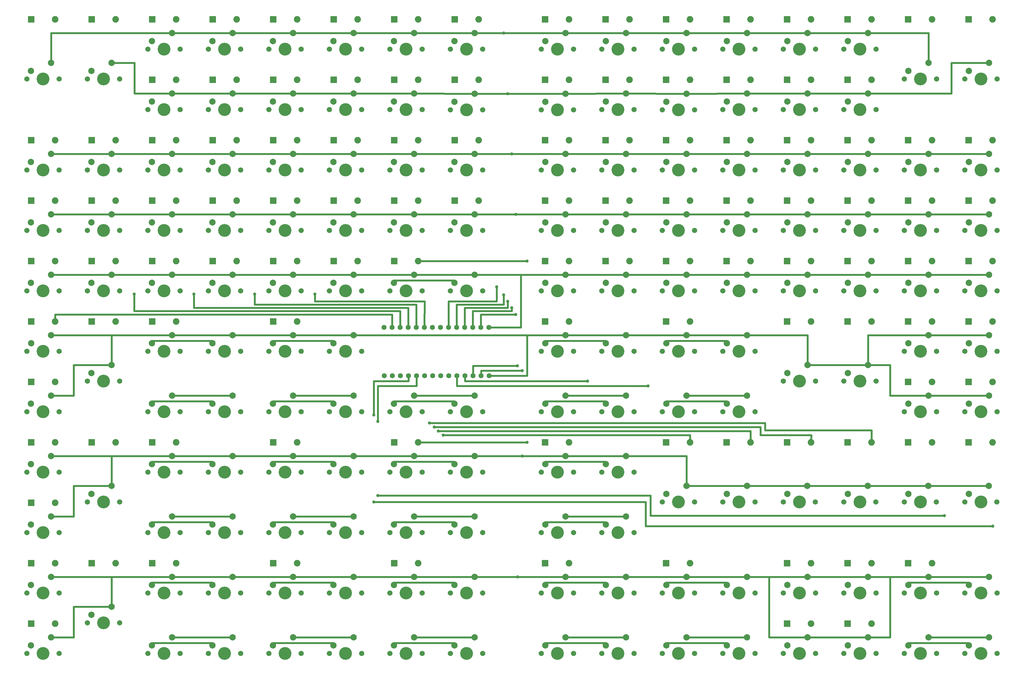
<source format=gbl>
G04 MADE WITH FRITZING*
G04 WWW.FRITZING.ORG*
G04 DOUBLE SIDED*
G04 HOLES PLATED*
G04 CONTOUR ON CENTER OF CONTOUR VECTOR*
%ASAXBY*%
%FSLAX23Y23*%
%MOIN*%
%OFA0B0*%
%SFA1.0B1.0*%
%ADD10C,0.078639*%
%ADD11C,0.158908*%
%ADD12C,0.065278*%
%ADD13C,0.082000*%
%ADD14C,0.062992*%
%ADD15C,0.039370*%
%ADD16R,0.082000X0.082000*%
%ADD17C,0.024000*%
%LNCOPPER0*%
G90*
G70*
G54D10*
X4290Y3042D03*
X4539Y3142D03*
G54D11*
X4440Y2942D03*
G54D12*
X4240Y2942D03*
X4639Y2942D03*
G54D10*
X2790Y3042D03*
X3039Y3142D03*
G54D11*
X2940Y2942D03*
G54D12*
X2740Y2942D03*
X3139Y2942D03*
G54D10*
X5039Y3042D03*
X5289Y3142D03*
G54D11*
X5189Y2942D03*
G54D12*
X4989Y2942D03*
X5389Y2942D03*
G54D10*
X9165Y3792D03*
X9415Y3892D03*
G54D11*
X9315Y3692D03*
G54D12*
X9115Y3692D03*
X9514Y3692D03*
G54D10*
X3539Y3792D03*
X3789Y3891D03*
G54D11*
X3689Y3692D03*
G54D12*
X3489Y3692D03*
X3888Y3692D03*
G54D10*
X6914Y3791D03*
X7164Y3891D03*
G54D11*
X7064Y3691D03*
G54D12*
X6864Y3691D03*
X7264Y3691D03*
G54D10*
X7665Y3042D03*
X7915Y3142D03*
G54D11*
X7815Y2942D03*
G54D12*
X7615Y2942D03*
X8014Y2942D03*
G54D10*
X540Y3792D03*
X790Y3892D03*
G54D11*
X690Y3692D03*
G54D12*
X490Y3692D03*
X889Y3692D03*
G54D10*
X5790Y3042D03*
X6040Y3141D03*
G54D11*
X5940Y2942D03*
G54D12*
X5740Y2942D03*
X6139Y2942D03*
G54D10*
X2790Y2291D03*
X3039Y2391D03*
G54D11*
X2940Y2191D03*
G54D12*
X2740Y2191D03*
X3139Y2191D03*
G54D10*
X4290Y2291D03*
X4539Y2391D03*
G54D11*
X4440Y2191D03*
G54D12*
X4240Y2191D03*
X4639Y2191D03*
G54D10*
X12165Y3792D03*
X12414Y3891D03*
G54D11*
X12315Y3691D03*
G54D12*
X12115Y3691D03*
X12514Y3691D03*
G54D10*
X5039Y2291D03*
X5289Y2391D03*
G54D11*
X5189Y2191D03*
G54D12*
X4989Y2191D03*
X5389Y2191D03*
G54D10*
X3539Y3042D03*
X3789Y3142D03*
G54D11*
X3689Y2942D03*
G54D12*
X3489Y2942D03*
X3888Y2942D03*
G54D10*
X6914Y3042D03*
X7164Y3141D03*
G54D11*
X7064Y2941D03*
G54D12*
X6864Y2941D03*
X7264Y2941D03*
G54D10*
X2040Y3042D03*
X2289Y3142D03*
G54D11*
X2189Y2942D03*
G54D12*
X1989Y2942D03*
X2389Y2942D03*
G54D10*
X540Y3042D03*
X790Y3142D03*
G54D11*
X690Y2942D03*
G54D12*
X490Y2942D03*
X889Y2942D03*
G54D10*
X5790Y3791D03*
X6040Y3891D03*
G54D11*
X5940Y3691D03*
G54D12*
X5740Y3691D03*
X6139Y3691D03*
G54D10*
X541Y4542D03*
X790Y4642D03*
G54D11*
X690Y4442D03*
G54D12*
X490Y4442D03*
X890Y4442D03*
G54D10*
X6915Y4541D03*
X7165Y4641D03*
G54D11*
X7065Y4441D03*
G54D12*
X6865Y4441D03*
X7264Y4441D03*
G54D10*
X7665Y2291D03*
X7915Y2391D03*
G54D11*
X7815Y2191D03*
G54D12*
X7615Y2191D03*
X8014Y2191D03*
G54D10*
X12165Y4542D03*
X12415Y4641D03*
G54D11*
X12315Y4441D03*
G54D12*
X12115Y4441D03*
X12514Y4441D03*
G54D10*
X7666Y4542D03*
X7915Y4642D03*
G54D11*
X7816Y4442D03*
G54D12*
X7616Y4442D03*
X8015Y4442D03*
G54D10*
X4290Y4542D03*
X4540Y4641D03*
G54D11*
X4440Y4442D03*
G54D12*
X4240Y4442D03*
X4640Y4442D03*
G54D10*
X8415Y4541D03*
X8665Y4641D03*
G54D11*
X8565Y4441D03*
G54D12*
X8365Y4441D03*
X8765Y4441D03*
G54D10*
X2790Y4541D03*
X3040Y4641D03*
G54D11*
X2940Y4441D03*
G54D12*
X2740Y4441D03*
X3140Y4441D03*
G54D10*
X2040Y4542D03*
X2290Y4642D03*
G54D11*
X2190Y4442D03*
G54D12*
X1990Y4442D03*
X2389Y4442D03*
G54D10*
X7665Y3792D03*
X7915Y3892D03*
G54D11*
X7815Y3692D03*
G54D12*
X7615Y3692D03*
X8014Y3692D03*
G54D10*
X8415Y3791D03*
X8664Y3891D03*
G54D11*
X8565Y3691D03*
G54D12*
X8365Y3691D03*
X8764Y3691D03*
G54D10*
X9166Y4542D03*
X9415Y4642D03*
G54D11*
X9316Y4442D03*
G54D12*
X9116Y4442D03*
X9515Y4442D03*
G54D10*
X2790Y3791D03*
X3039Y3891D03*
G54D11*
X2940Y3691D03*
G54D12*
X2740Y3691D03*
X3139Y3691D03*
G54D10*
X4290Y3792D03*
X4539Y3891D03*
G54D11*
X4440Y3692D03*
G54D12*
X4240Y3692D03*
X4639Y3692D03*
G54D10*
X3540Y4542D03*
X3789Y4641D03*
G54D11*
X3690Y4442D03*
G54D12*
X3490Y4442D03*
X3889Y4442D03*
G54D10*
X11415Y3792D03*
X11664Y3892D03*
G54D11*
X11565Y3692D03*
G54D12*
X11365Y3692D03*
X11764Y3692D03*
G54D10*
X5039Y3792D03*
X5289Y3891D03*
G54D11*
X5189Y3692D03*
G54D12*
X4989Y3692D03*
X5389Y3692D03*
G54D10*
X5790Y2291D03*
X6040Y2391D03*
G54D11*
X5940Y2191D03*
G54D12*
X5740Y2191D03*
X6139Y2191D03*
G54D10*
X2790Y791D03*
X3039Y891D03*
G54D11*
X2940Y691D03*
G54D12*
X2740Y691D03*
X3139Y691D03*
G54D10*
X4290Y792D03*
X4539Y891D03*
G54D11*
X4440Y692D03*
G54D12*
X4240Y692D03*
X4639Y692D03*
G54D10*
X11415Y4542D03*
X11665Y4642D03*
G54D11*
X11565Y4442D03*
G54D12*
X11365Y4442D03*
X11765Y4442D03*
G54D10*
X9915Y792D03*
X10164Y892D03*
G54D11*
X10065Y692D03*
G54D12*
X9865Y692D03*
X10264Y692D03*
G54D10*
X11415Y792D03*
X11664Y892D03*
G54D11*
X11565Y692D03*
G54D12*
X11365Y692D03*
X11764Y692D03*
G54D10*
X3539Y1542D03*
X3789Y1642D03*
G54D11*
X3689Y1442D03*
G54D12*
X3489Y1442D03*
X3888Y1442D03*
G54D10*
X5039Y792D03*
X5289Y891D03*
G54D11*
X5189Y692D03*
G54D12*
X4989Y692D03*
X5389Y692D03*
G54D10*
X10664Y792D03*
X10914Y892D03*
G54D11*
X10814Y692D03*
G54D12*
X10614Y692D03*
X11014Y692D03*
G54D10*
X8415Y791D03*
X8664Y891D03*
G54D11*
X8565Y691D03*
G54D12*
X8365Y691D03*
X8764Y691D03*
G54D10*
X3539Y792D03*
X3789Y891D03*
G54D11*
X3689Y692D03*
G54D12*
X3489Y692D03*
X3888Y692D03*
G54D10*
X9165Y792D03*
X9415Y892D03*
G54D11*
X9315Y692D03*
G54D12*
X9115Y692D03*
X9514Y692D03*
G54D10*
X7665Y792D03*
X7915Y892D03*
G54D11*
X7815Y692D03*
G54D12*
X7615Y692D03*
X8014Y692D03*
G54D10*
X2040Y792D03*
X2289Y892D03*
G54D11*
X2189Y692D03*
G54D12*
X1989Y692D03*
X2389Y692D03*
G54D10*
X540Y792D03*
X790Y892D03*
G54D11*
X690Y692D03*
G54D12*
X490Y692D03*
X889Y692D03*
G54D10*
X5790Y791D03*
X6040Y891D03*
G54D11*
X5940Y691D03*
G54D12*
X5740Y691D03*
X6139Y691D03*
G54D10*
X6914Y791D03*
X7164Y891D03*
G54D11*
X7064Y691D03*
G54D12*
X6864Y691D03*
X7264Y691D03*
G54D10*
X12165Y792D03*
X12414Y891D03*
G54D11*
X12315Y691D03*
G54D12*
X12115Y691D03*
X12514Y691D03*
G54D10*
X9165Y1542D03*
X9415Y1642D03*
G54D11*
X9315Y1442D03*
G54D12*
X9115Y1442D03*
X9514Y1442D03*
G54D10*
X11415Y1542D03*
X11664Y1642D03*
G54D11*
X11565Y1442D03*
G54D12*
X11365Y1442D03*
X11764Y1442D03*
G54D10*
X5039Y1542D03*
X5289Y1642D03*
G54D11*
X5189Y1442D03*
G54D12*
X4989Y1442D03*
X5389Y1442D03*
G54D10*
X2040Y1542D03*
X2289Y1642D03*
G54D11*
X2189Y1442D03*
G54D12*
X1989Y1442D03*
X2389Y1442D03*
G54D10*
X10664Y1542D03*
X10914Y1642D03*
G54D11*
X10814Y1442D03*
G54D12*
X10614Y1442D03*
X11014Y1442D03*
G54D10*
X3539Y2291D03*
X3789Y2391D03*
G54D11*
X3689Y2191D03*
G54D12*
X3489Y2191D03*
X3888Y2191D03*
G54D10*
X6914Y2291D03*
X7164Y2391D03*
G54D11*
X7064Y2191D03*
G54D12*
X6864Y2191D03*
X7264Y2191D03*
G54D10*
X2040Y2291D03*
X2289Y2391D03*
G54D11*
X2189Y2191D03*
G54D12*
X1989Y2191D03*
X2389Y2191D03*
G54D10*
X540Y2291D03*
X790Y2391D03*
G54D11*
X690Y2191D03*
G54D12*
X490Y2191D03*
X889Y2191D03*
G54D10*
X9915Y1542D03*
X10164Y1642D03*
G54D11*
X10065Y1442D03*
G54D12*
X9865Y1442D03*
X10264Y1442D03*
G54D10*
X540Y1542D03*
X790Y1642D03*
G54D11*
X690Y1442D03*
G54D12*
X490Y1442D03*
X889Y1442D03*
G54D10*
X6914Y1542D03*
X7164Y1641D03*
G54D11*
X7064Y1441D03*
G54D12*
X6864Y1441D03*
X7264Y1441D03*
G54D10*
X4290Y1542D03*
X4539Y1642D03*
G54D11*
X4440Y1442D03*
G54D12*
X4240Y1442D03*
X4639Y1442D03*
G54D10*
X12165Y1542D03*
X12414Y1642D03*
G54D11*
X12315Y1442D03*
G54D12*
X12115Y1442D03*
X12514Y1442D03*
G54D10*
X5790Y1542D03*
X6040Y1641D03*
G54D11*
X5940Y1442D03*
G54D12*
X5740Y1442D03*
X6139Y1442D03*
G54D10*
X2790Y1542D03*
X3039Y1642D03*
G54D11*
X2940Y1442D03*
G54D12*
X2740Y1442D03*
X3139Y1442D03*
G54D10*
X7665Y1542D03*
X7915Y1642D03*
G54D11*
X7815Y1442D03*
G54D12*
X7615Y1442D03*
X8014Y1442D03*
G54D10*
X8415Y1542D03*
X8664Y1641D03*
G54D11*
X8565Y1441D03*
G54D12*
X8365Y1441D03*
X8764Y1441D03*
G54D10*
X2040Y3792D03*
X2289Y3892D03*
G54D11*
X2189Y3692D03*
G54D12*
X1989Y3692D03*
X2389Y3692D03*
G54D10*
X10664Y6792D03*
X10914Y6892D03*
G54D11*
X10814Y6692D03*
G54D12*
X10614Y6692D03*
X11014Y6692D03*
G54D10*
X1289Y6791D03*
X1539Y6891D03*
G54D11*
X1439Y6691D03*
G54D12*
X1239Y6691D03*
X1639Y6691D03*
G54D10*
X6914Y6791D03*
X7164Y6891D03*
G54D11*
X7064Y6691D03*
G54D12*
X6864Y6691D03*
X7264Y6691D03*
G54D10*
X3539Y7541D03*
X3789Y7641D03*
G54D11*
X3689Y7441D03*
G54D12*
X3489Y7441D03*
X3888Y7441D03*
G54D10*
X9165Y7541D03*
X9415Y7641D03*
G54D11*
X9315Y7441D03*
G54D12*
X9115Y7441D03*
X9514Y7441D03*
G54D10*
X5790Y7540D03*
X6040Y7640D03*
G54D11*
X5940Y7440D03*
G54D12*
X5740Y7440D03*
X6139Y7440D03*
G54D10*
X2040Y7541D03*
X2289Y7641D03*
G54D11*
X2189Y7441D03*
G54D12*
X1989Y7441D03*
X2389Y7441D03*
G54D10*
X6914Y7540D03*
X7164Y7640D03*
G54D11*
X7064Y7440D03*
G54D12*
X6864Y7440D03*
X7264Y7440D03*
G54D10*
X5039Y6792D03*
X5289Y6891D03*
G54D11*
X5189Y6692D03*
G54D12*
X4989Y6692D03*
X5389Y6692D03*
G54D10*
X12165Y6792D03*
X12414Y6891D03*
G54D11*
X12315Y6692D03*
G54D12*
X12115Y6692D03*
X12514Y6692D03*
G54D10*
X5790Y6791D03*
X6040Y6891D03*
G54D11*
X5940Y6691D03*
G54D12*
X5740Y6691D03*
X6139Y6691D03*
G54D10*
X11415Y6792D03*
X11664Y6892D03*
G54D11*
X11565Y6692D03*
G54D12*
X11365Y6692D03*
X11764Y6692D03*
G54D10*
X7665Y6792D03*
X7915Y6892D03*
G54D11*
X7815Y6692D03*
G54D12*
X7615Y6692D03*
X8014Y6692D03*
G54D10*
X8415Y6791D03*
X8664Y6891D03*
G54D11*
X8565Y6691D03*
G54D12*
X8365Y6691D03*
X8764Y6691D03*
G54D10*
X9915Y6792D03*
X10164Y6892D03*
G54D11*
X10065Y6692D03*
G54D12*
X9865Y6692D03*
X10264Y6692D03*
G54D10*
X2790Y6792D03*
X3039Y6891D03*
G54D11*
X2940Y6691D03*
G54D12*
X2740Y6691D03*
X3139Y6691D03*
G54D10*
X4290Y6792D03*
X4539Y6892D03*
G54D11*
X4440Y6692D03*
G54D12*
X4240Y6692D03*
X4639Y6692D03*
G54D10*
X7665Y7541D03*
X7915Y7641D03*
G54D11*
X7815Y7441D03*
G54D12*
X7615Y7441D03*
X8014Y7441D03*
G54D10*
X8415Y8291D03*
X8664Y8391D03*
G54D11*
X8565Y8191D03*
G54D12*
X8365Y8191D03*
X8764Y8191D03*
G54D10*
X5790Y8291D03*
X6040Y8391D03*
G54D11*
X5940Y8191D03*
G54D12*
X5740Y8191D03*
X6139Y8191D03*
G54D10*
X8415Y7540D03*
X8664Y7640D03*
G54D11*
X8565Y7440D03*
G54D12*
X8365Y7440D03*
X8764Y7440D03*
G54D10*
X5039Y8292D03*
X5289Y8391D03*
G54D11*
X5189Y8192D03*
G54D12*
X4989Y8192D03*
X5389Y8192D03*
G54D10*
X3539Y8292D03*
X3789Y8391D03*
G54D11*
X3689Y8192D03*
G54D12*
X3489Y8192D03*
X3888Y8192D03*
G54D10*
X2040Y8292D03*
X2289Y8392D03*
G54D11*
X2189Y8192D03*
G54D12*
X1989Y8192D03*
X2389Y8192D03*
G54D10*
X4290Y8292D03*
X4539Y8391D03*
G54D11*
X4440Y8192D03*
G54D12*
X4240Y8192D03*
X4639Y8192D03*
G54D10*
X2790Y8291D03*
X3039Y8391D03*
G54D11*
X2940Y8191D03*
G54D12*
X2740Y8191D03*
X3139Y8191D03*
G54D10*
X7665Y8292D03*
X7915Y8392D03*
G54D11*
X7815Y8192D03*
G54D12*
X7615Y8192D03*
X8014Y8192D03*
G54D10*
X9165Y8292D03*
X9415Y8392D03*
G54D11*
X9315Y8192D03*
G54D12*
X9115Y8192D03*
X9514Y8192D03*
G54D10*
X9915Y7541D03*
X10164Y7641D03*
G54D11*
X10065Y7441D03*
G54D12*
X9865Y7441D03*
X10264Y7441D03*
G54D10*
X2790Y7541D03*
X3039Y7641D03*
G54D11*
X2940Y7441D03*
G54D12*
X2740Y7441D03*
X3139Y7441D03*
G54D10*
X4290Y7541D03*
X4539Y7641D03*
G54D11*
X4440Y7441D03*
G54D12*
X4240Y7441D03*
X4639Y7441D03*
G54D10*
X5039Y7541D03*
X5289Y7641D03*
G54D11*
X5189Y7441D03*
G54D12*
X4989Y7441D03*
X5389Y7441D03*
G54D10*
X3539Y5292D03*
X3789Y5391D03*
G54D11*
X3689Y5192D03*
G54D12*
X3489Y5192D03*
X3888Y5192D03*
G54D10*
X6914Y8291D03*
X7164Y8391D03*
G54D11*
X7064Y8191D03*
G54D12*
X6864Y8191D03*
X7264Y8191D03*
G54D10*
X10664Y8292D03*
X10914Y8392D03*
G54D11*
X10814Y8192D03*
G54D12*
X10614Y8192D03*
X11014Y8192D03*
G54D10*
X9915Y8292D03*
X10164Y8392D03*
G54D11*
X10065Y8192D03*
G54D12*
X9865Y8192D03*
X10264Y8192D03*
G54D10*
X10664Y7541D03*
X10914Y7641D03*
G54D11*
X10814Y7441D03*
G54D12*
X10614Y7441D03*
X11014Y7441D03*
G54D10*
X4290Y5292D03*
X4539Y5391D03*
G54D11*
X4440Y5192D03*
G54D12*
X4240Y5192D03*
X4639Y5192D03*
G54D10*
X9915Y5292D03*
X10164Y5392D03*
G54D11*
X10065Y5192D03*
G54D12*
X9865Y5192D03*
X10264Y5192D03*
G54D10*
X9165Y6042D03*
X9415Y6141D03*
G54D11*
X9315Y5942D03*
G54D12*
X9115Y5942D03*
X9514Y5942D03*
G54D10*
X11415Y5292D03*
X11664Y5392D03*
G54D11*
X11565Y5192D03*
G54D12*
X11365Y5192D03*
X11764Y5192D03*
G54D10*
X5039Y5292D03*
X5289Y5391D03*
G54D11*
X5189Y5192D03*
G54D12*
X4989Y5192D03*
X5389Y5192D03*
G54D10*
X3539Y6041D03*
X3789Y6141D03*
G54D11*
X3689Y5941D03*
G54D12*
X3489Y5941D03*
X3888Y5941D03*
G54D10*
X10664Y5292D03*
X10914Y5392D03*
G54D11*
X10814Y5192D03*
G54D12*
X10614Y5192D03*
X11014Y5192D03*
G54D10*
X1289Y5291D03*
X1539Y5391D03*
G54D11*
X1439Y5191D03*
G54D12*
X1239Y5191D03*
X1639Y5191D03*
G54D10*
X2790Y5291D03*
X3039Y5391D03*
G54D11*
X2940Y5191D03*
G54D12*
X2740Y5191D03*
X3139Y5191D03*
G54D10*
X9165Y5292D03*
X9415Y5392D03*
G54D11*
X9315Y5192D03*
G54D12*
X9115Y5192D03*
X9514Y5192D03*
G54D10*
X2040Y5292D03*
X2289Y5392D03*
G54D11*
X2189Y5192D03*
G54D12*
X1989Y5192D03*
X2389Y5192D03*
G54D10*
X8415Y5291D03*
X8664Y5391D03*
G54D11*
X8565Y5191D03*
G54D12*
X8365Y5191D03*
X8764Y5191D03*
G54D10*
X540Y5292D03*
X790Y5392D03*
G54D11*
X690Y5192D03*
G54D12*
X490Y5192D03*
X889Y5192D03*
G54D10*
X6914Y5291D03*
X7164Y5391D03*
G54D11*
X7064Y5191D03*
G54D12*
X6864Y5191D03*
X7264Y5191D03*
G54D10*
X7665Y5292D03*
X7915Y5392D03*
G54D11*
X7815Y5192D03*
G54D12*
X7615Y5192D03*
X8014Y5192D03*
G54D10*
X12165Y5292D03*
X12414Y5391D03*
G54D11*
X12315Y5192D03*
G54D12*
X12115Y5192D03*
X12514Y5192D03*
G54D10*
X5790Y5291D03*
X6040Y5391D03*
G54D11*
X5940Y5191D03*
G54D12*
X5740Y5191D03*
X6139Y5191D03*
G54D10*
X540Y6792D03*
X790Y6892D03*
G54D11*
X690Y6692D03*
G54D12*
X490Y6692D03*
X889Y6692D03*
G54D10*
X11415Y6042D03*
X11664Y6142D03*
G54D11*
X11565Y5942D03*
G54D12*
X11365Y5942D03*
X11764Y5942D03*
G54D10*
X5039Y6041D03*
X5289Y6141D03*
G54D11*
X5189Y5941D03*
G54D12*
X4989Y5941D03*
X5389Y5941D03*
G54D10*
X9915Y6042D03*
X10164Y6142D03*
G54D11*
X10065Y5942D03*
G54D12*
X9865Y5942D03*
X10264Y5942D03*
G54D10*
X10664Y6042D03*
X10914Y6142D03*
G54D11*
X10814Y5942D03*
G54D12*
X10614Y5942D03*
X11014Y5942D03*
G54D10*
X1289Y6041D03*
X1539Y6141D03*
G54D11*
X1439Y5941D03*
G54D12*
X1239Y5941D03*
X1639Y5941D03*
G54D10*
X2040Y6792D03*
X2289Y6892D03*
G54D11*
X2189Y6692D03*
G54D12*
X1989Y6692D03*
X2389Y6692D03*
G54D10*
X3539Y6792D03*
X3789Y6891D03*
G54D11*
X3689Y6692D03*
G54D12*
X3489Y6692D03*
X3888Y6692D03*
G54D10*
X9165Y6792D03*
X9415Y6892D03*
G54D11*
X9315Y6692D03*
G54D12*
X9115Y6692D03*
X9514Y6692D03*
G54D10*
X2040Y6042D03*
X2289Y6141D03*
G54D11*
X2189Y5942D03*
G54D12*
X1989Y5942D03*
X2389Y5942D03*
G54D10*
X540Y6042D03*
X790Y6141D03*
G54D11*
X690Y5942D03*
G54D12*
X490Y5942D03*
X889Y5942D03*
G54D10*
X6914Y6041D03*
X7164Y6141D03*
G54D11*
X7064Y5941D03*
G54D12*
X6864Y5941D03*
X7264Y5941D03*
G54D10*
X12165Y6041D03*
X12414Y6141D03*
G54D11*
X12315Y5941D03*
G54D12*
X12115Y5941D03*
X12514Y5941D03*
G54D10*
X4290Y6041D03*
X4539Y6141D03*
G54D11*
X4440Y5941D03*
G54D12*
X4240Y5941D03*
X4639Y5941D03*
G54D10*
X2790Y6041D03*
X3039Y6141D03*
G54D11*
X2940Y5941D03*
G54D12*
X2740Y5941D03*
X3139Y5941D03*
G54D10*
X8415Y6041D03*
X8664Y6141D03*
G54D11*
X8565Y5941D03*
G54D12*
X8365Y5941D03*
X8764Y5941D03*
G54D10*
X5790Y6041D03*
X6040Y6141D03*
G54D11*
X5940Y5941D03*
G54D12*
X5740Y5941D03*
X6139Y5941D03*
G54D10*
X7665Y6042D03*
X7915Y6141D03*
G54D11*
X7815Y5942D03*
G54D12*
X7615Y5942D03*
X8014Y5942D03*
G54D10*
X540Y7922D03*
X790Y8022D03*
G54D11*
X690Y7822D03*
G54D12*
X490Y7822D03*
X889Y7822D03*
G54D10*
X1290Y7922D03*
X1540Y8022D03*
G54D11*
X1440Y7822D03*
G54D12*
X1240Y7822D03*
X1639Y7822D03*
G54D10*
X11416Y7922D03*
X11665Y8022D03*
G54D11*
X11565Y7822D03*
G54D12*
X11365Y7822D03*
X11765Y7822D03*
G54D10*
X12166Y7922D03*
X12415Y8022D03*
G54D11*
X12315Y7822D03*
G54D12*
X12115Y7822D03*
X12515Y7822D03*
G54D10*
X1290Y4172D03*
X1540Y4272D03*
G54D11*
X1440Y4072D03*
G54D12*
X1240Y4072D03*
X1639Y4072D03*
G54D10*
X1290Y2672D03*
X1540Y2772D03*
G54D11*
X1440Y2572D03*
G54D12*
X1240Y2572D03*
X1639Y2572D03*
G54D10*
X1290Y1172D03*
X1540Y1272D03*
G54D11*
X1440Y1072D03*
G54D12*
X1240Y1072D03*
X1639Y1072D03*
G54D10*
X9914Y4172D03*
X10164Y4272D03*
G54D11*
X10064Y4072D03*
G54D12*
X9864Y4072D03*
X10264Y4072D03*
G54D10*
X10666Y4172D03*
X10915Y4272D03*
G54D11*
X10815Y4072D03*
G54D12*
X10615Y4072D03*
X11015Y4072D03*
G54D10*
X8415Y2672D03*
X8664Y2772D03*
G54D11*
X8565Y2572D03*
G54D12*
X8365Y2572D03*
X8764Y2572D03*
G54D10*
X9166Y2672D03*
X9416Y2772D03*
G54D11*
X9316Y2572D03*
G54D12*
X9116Y2572D03*
X9516Y2572D03*
G54D10*
X9914Y2672D03*
X10163Y2772D03*
G54D11*
X10064Y2572D03*
G54D12*
X9864Y2572D03*
X10263Y2572D03*
G54D10*
X10664Y2672D03*
X10913Y2772D03*
G54D11*
X10814Y2572D03*
G54D12*
X10614Y2572D03*
X11013Y2572D03*
G54D10*
X11414Y2672D03*
X11663Y2772D03*
G54D11*
X11564Y2572D03*
G54D12*
X11364Y2572D03*
X11763Y2572D03*
G54D10*
X12164Y2672D03*
X12413Y2772D03*
G54D11*
X12314Y2572D03*
G54D12*
X12114Y2572D03*
X12513Y2572D03*
G54D13*
X1292Y4812D03*
X1590Y4812D03*
X2042Y4812D03*
X2340Y4812D03*
X1292Y5562D03*
X1590Y5562D03*
X542Y4812D03*
X840Y4812D03*
X9162Y5562D03*
X9460Y5562D03*
X3542Y4812D03*
X3840Y4812D03*
X9912Y4812D03*
X10210Y4812D03*
X11412Y4812D03*
X11710Y4812D03*
X542Y4062D03*
X840Y4062D03*
X12162Y4812D03*
X12460Y4812D03*
X10662Y4812D03*
X10960Y4812D03*
X5042Y5562D03*
X5340Y5562D03*
X8412Y4812D03*
X8710Y4812D03*
X7662Y5562D03*
X7960Y5562D03*
X6912Y5562D03*
X7210Y5562D03*
X542Y5562D03*
X840Y5562D03*
X12162Y5562D03*
X12460Y5562D03*
X3542Y5562D03*
X3840Y5562D03*
X5792Y6312D03*
X6090Y6312D03*
X2042Y5562D03*
X2340Y5562D03*
X8412Y5562D03*
X8710Y5562D03*
X6912Y4812D03*
X7210Y4812D03*
X10662Y5562D03*
X10960Y5562D03*
X11412Y5562D03*
X11710Y5562D03*
X4292Y5562D03*
X4590Y5562D03*
X2792Y5562D03*
X3090Y5562D03*
X9912Y5562D03*
X10210Y5562D03*
X12162Y3312D03*
X12460Y3312D03*
X6912Y3312D03*
X7210Y3312D03*
X12162Y4062D03*
X12460Y4062D03*
X11412Y3312D03*
X11710Y3312D03*
X8412Y3312D03*
X8710Y3312D03*
X10662Y3312D03*
X10960Y3312D03*
X9162Y6312D03*
X9460Y6312D03*
X6912Y1812D03*
X7210Y1812D03*
X11412Y1812D03*
X11710Y1812D03*
X10662Y1812D03*
X10960Y1812D03*
X8412Y1812D03*
X8710Y1812D03*
X9912Y1062D03*
X10210Y1062D03*
X10662Y1062D03*
X10960Y1062D03*
X9912Y1812D03*
X10210Y1812D03*
X9912Y3312D03*
X10210Y3312D03*
X3542Y3312D03*
X3840Y3312D03*
X9162Y3312D03*
X9460Y3312D03*
X5042Y3312D03*
X5340Y3312D03*
X542Y2562D03*
X840Y2562D03*
X11412Y4062D03*
X11710Y4062D03*
X2042Y3312D03*
X2340Y3312D03*
X542Y3312D03*
X840Y3312D03*
X5042Y1812D03*
X5340Y1812D03*
X542Y1812D03*
X840Y1812D03*
X1292Y3312D03*
X1590Y3312D03*
X1292Y1812D03*
X1590Y1812D03*
X3542Y1812D03*
X3840Y1812D03*
X2042Y1812D03*
X2340Y1812D03*
X542Y1062D03*
X840Y1062D03*
X1292Y6312D03*
X1590Y6312D03*
X6912Y7812D03*
X7210Y7812D03*
X7662Y7812D03*
X7960Y7812D03*
X9912Y7812D03*
X10210Y7812D03*
X5792Y7812D03*
X6090Y7812D03*
X8412Y8562D03*
X8710Y8562D03*
X9162Y7812D03*
X9460Y7812D03*
X2792Y7812D03*
X3090Y7812D03*
X10662Y7812D03*
X10960Y7812D03*
X8412Y7812D03*
X8710Y7812D03*
X5042Y7812D03*
X5340Y7812D03*
X4292Y7812D03*
X4590Y7812D03*
X2042Y7812D03*
X2340Y7812D03*
X3542Y7812D03*
X3840Y7812D03*
X9912Y8562D03*
X10210Y8562D03*
X4292Y8562D03*
X4590Y8562D03*
X6912Y8562D03*
X7210Y8562D03*
X2792Y8562D03*
X3090Y8562D03*
X1292Y8562D03*
X1590Y8562D03*
X542Y8562D03*
X840Y8562D03*
X2042Y8562D03*
X2340Y8562D03*
X3542Y8562D03*
X3840Y8562D03*
X11412Y8562D03*
X11710Y8562D03*
X10662Y8562D03*
X10960Y8562D03*
X5042Y8562D03*
X5340Y8562D03*
X7662Y8562D03*
X7960Y8562D03*
X9162Y8562D03*
X9460Y8562D03*
X5042Y6312D03*
X5340Y6312D03*
X12162Y8562D03*
X12460Y8562D03*
X5792Y8562D03*
X6090Y8562D03*
X8412Y6312D03*
X8710Y6312D03*
X1292Y7062D03*
X1590Y7062D03*
X6912Y6312D03*
X7210Y6312D03*
X2042Y6312D03*
X2340Y6312D03*
X3542Y6312D03*
X3840Y6312D03*
X12162Y6312D03*
X12460Y6312D03*
X10662Y6312D03*
X10960Y6312D03*
X542Y6312D03*
X840Y6312D03*
X2792Y6312D03*
X3090Y6312D03*
X7662Y6312D03*
X7960Y6312D03*
X9912Y6312D03*
X10210Y6312D03*
X4292Y6312D03*
X4590Y6312D03*
X11412Y6312D03*
X11710Y6312D03*
X3542Y7062D03*
X3840Y7062D03*
X10662Y7062D03*
X10960Y7062D03*
X2792Y7062D03*
X3090Y7062D03*
X8412Y7062D03*
X8710Y7062D03*
X12162Y7062D03*
X12460Y7062D03*
X2042Y7062D03*
X2340Y7062D03*
X6912Y7062D03*
X7210Y7062D03*
X5792Y7062D03*
X6090Y7062D03*
X9162Y7062D03*
X9460Y7062D03*
X5042Y7062D03*
X5340Y7062D03*
X542Y7062D03*
X840Y7062D03*
X4292Y7062D03*
X4590Y7062D03*
X11412Y7062D03*
X11710Y7062D03*
X9912Y7062D03*
X10210Y7062D03*
X7662Y7062D03*
X7960Y7062D03*
G54D14*
X4917Y4140D03*
X5017Y4140D03*
X5117Y4140D03*
X5217Y4140D03*
X5317Y4140D03*
X5417Y4140D03*
X5517Y4140D03*
X5617Y4140D03*
X5717Y4140D03*
X5817Y4140D03*
X5917Y4140D03*
X6017Y4140D03*
X6117Y4140D03*
X6217Y4140D03*
X4917Y4140D03*
X5017Y4140D03*
X5117Y4140D03*
X5217Y4140D03*
X5317Y4140D03*
X5417Y4140D03*
X5517Y4140D03*
X5617Y4140D03*
X5717Y4140D03*
X5817Y4140D03*
X5917Y4140D03*
X6017Y4140D03*
X6117Y4140D03*
X6217Y4140D03*
X4916Y4740D03*
X5016Y4740D03*
X5116Y4740D03*
X5216Y4740D03*
X5316Y4740D03*
X5416Y4740D03*
X5516Y4740D03*
X5616Y4740D03*
X5716Y4740D03*
X5816Y4740D03*
X5916Y4740D03*
X6016Y4740D03*
X6116Y4740D03*
X6216Y4740D03*
X4916Y4740D03*
X5016Y4740D03*
X5116Y4740D03*
X5216Y4740D03*
X5316Y4740D03*
X5416Y4740D03*
X5516Y4740D03*
X5616Y4740D03*
X5716Y4740D03*
X5816Y4740D03*
X5916Y4740D03*
X6016Y4740D03*
X6116Y4740D03*
X6216Y4740D03*
G54D15*
X6689Y5562D03*
X6689Y3312D03*
X1820Y5152D03*
X2560Y5152D03*
X3311Y5152D03*
X4059Y5152D03*
X6311Y5243D03*
X6400Y8392D03*
X6400Y5142D03*
X6450Y7640D03*
X6500Y6891D03*
X6550Y6141D03*
X6450Y5062D03*
X6500Y4982D03*
X6550Y4900D03*
X6630Y4202D03*
X6629Y3141D03*
X6570Y4262D03*
X6571Y1641D03*
X7440Y4072D03*
X8189Y4012D03*
X4789Y3651D03*
X4839Y3571D03*
X4839Y2651D03*
X4789Y2571D03*
X12461Y2271D03*
X11861Y2401D03*
X5650Y3402D03*
X5590Y3452D03*
X5540Y3502D03*
X5480Y3552D03*
G54D16*
X1291Y4812D03*
X2041Y4812D03*
X1291Y5562D03*
X541Y4812D03*
X9161Y5562D03*
X3541Y4812D03*
X9911Y4812D03*
X11411Y4812D03*
X541Y4062D03*
X12161Y4812D03*
X10661Y4812D03*
X5041Y5562D03*
X8411Y4812D03*
X7661Y5562D03*
X6911Y5562D03*
X541Y5562D03*
X12161Y5562D03*
X3541Y5562D03*
X5791Y6312D03*
X2041Y5562D03*
X8411Y5562D03*
X6911Y4812D03*
X10661Y5562D03*
X11411Y5562D03*
X4291Y5562D03*
X2791Y5562D03*
X9911Y5562D03*
X12161Y3312D03*
X6911Y3312D03*
X12161Y4062D03*
X11411Y3312D03*
X8411Y3312D03*
X10661Y3312D03*
X9161Y6312D03*
X6911Y1812D03*
X11411Y1812D03*
X10661Y1812D03*
X8411Y1812D03*
X9911Y1062D03*
X10661Y1062D03*
X9911Y1812D03*
X9911Y3312D03*
X3541Y3312D03*
X9161Y3312D03*
X5041Y3312D03*
X541Y2562D03*
X11411Y4062D03*
X2041Y3312D03*
X541Y3312D03*
X5041Y1812D03*
X541Y1812D03*
X1291Y3312D03*
X1291Y1812D03*
X3541Y1812D03*
X2041Y1812D03*
X541Y1062D03*
X1291Y6312D03*
X6911Y7812D03*
X7661Y7812D03*
X9911Y7812D03*
X5791Y7812D03*
X8411Y8562D03*
X9161Y7812D03*
X2791Y7812D03*
X10661Y7812D03*
X8411Y7812D03*
X5041Y7812D03*
X4291Y7812D03*
X2041Y7812D03*
X3541Y7812D03*
X9911Y8562D03*
X4291Y8562D03*
X6911Y8562D03*
X2791Y8562D03*
X1291Y8562D03*
X541Y8562D03*
X2041Y8562D03*
X3541Y8562D03*
X11411Y8562D03*
X10661Y8562D03*
X5041Y8562D03*
X7661Y8562D03*
X9161Y8562D03*
X5041Y6312D03*
X12161Y8562D03*
X5791Y8562D03*
X8411Y6312D03*
X1291Y7062D03*
X6911Y6312D03*
X2041Y6312D03*
X3541Y6312D03*
X12161Y6312D03*
X10661Y6312D03*
X541Y6312D03*
X2791Y6312D03*
X7661Y6312D03*
X9911Y6312D03*
X4291Y6312D03*
X11411Y6312D03*
X3541Y7062D03*
X10661Y7062D03*
X2791Y7062D03*
X8411Y7062D03*
X12161Y7062D03*
X2041Y7062D03*
X6911Y7062D03*
X5791Y7062D03*
X9161Y7062D03*
X5041Y7062D03*
X541Y7062D03*
X4291Y7062D03*
X11411Y7062D03*
X9911Y7062D03*
X7661Y7062D03*
G54D17*
X2271Y8392D02*
X790Y8392D01*
D02*
X790Y8392D02*
X790Y8040D01*
D02*
X2308Y8392D02*
X3021Y8391D01*
D02*
X3058Y8391D02*
X3770Y8391D01*
D02*
X3807Y8391D02*
X4521Y8391D01*
D02*
X4558Y8391D02*
X5270Y8391D01*
D02*
X5307Y8391D02*
X6021Y8391D01*
D02*
X6058Y8391D02*
X7146Y8391D01*
D02*
X7182Y8391D02*
X7896Y8392D01*
D02*
X7933Y8392D02*
X8646Y8391D01*
D02*
X8683Y8391D02*
X9396Y8392D01*
D02*
X9433Y8392D02*
X10146Y8392D01*
D02*
X10183Y8392D02*
X10895Y8392D01*
D02*
X11665Y8392D02*
X11665Y8040D01*
D02*
X10932Y8392D02*
X11665Y8392D01*
D02*
X1822Y7641D02*
X1822Y8022D01*
D02*
X1822Y8022D02*
X1558Y8022D01*
D02*
X2271Y7641D02*
X1822Y7641D01*
D02*
X2308Y7641D02*
X3021Y7641D01*
D02*
X3058Y7641D02*
X3770Y7641D01*
D02*
X3807Y7641D02*
X4521Y7641D01*
D02*
X4558Y7641D02*
X5270Y7641D01*
D02*
X5307Y7641D02*
X6021Y7640D01*
D02*
X6058Y7640D02*
X7146Y7640D01*
D02*
X7182Y7640D02*
X7896Y7641D01*
D02*
X7933Y7641D02*
X8646Y7640D01*
D02*
X8683Y7640D02*
X9396Y7641D01*
D02*
X9433Y7641D02*
X10146Y7641D01*
D02*
X10183Y7641D02*
X10895Y7641D01*
D02*
X11948Y7641D02*
X11948Y8022D01*
D02*
X11948Y8022D02*
X12397Y8022D01*
D02*
X10932Y7641D02*
X11948Y7641D01*
D02*
X808Y6892D02*
X1521Y6891D01*
D02*
X1558Y6891D02*
X2271Y6892D01*
D02*
X2308Y6892D02*
X3021Y6891D01*
D02*
X3058Y6891D02*
X3770Y6891D01*
D02*
X3807Y6891D02*
X4521Y6892D01*
D02*
X4558Y6892D02*
X5270Y6891D01*
D02*
X5307Y6891D02*
X6021Y6891D01*
D02*
X6058Y6891D02*
X7146Y6891D01*
D02*
X7182Y6891D02*
X7896Y6892D01*
D02*
X7933Y6892D02*
X8646Y6891D01*
D02*
X8683Y6891D02*
X9396Y6892D01*
D02*
X9433Y6892D02*
X10146Y6892D01*
D02*
X10183Y6892D02*
X10895Y6892D01*
D02*
X10932Y6892D02*
X11646Y6892D01*
D02*
X11683Y6892D02*
X12396Y6891D01*
D02*
X11683Y6142D02*
X12396Y6141D01*
D02*
X11646Y6142D02*
X10932Y6142D01*
D02*
X10895Y6142D02*
X10183Y6142D01*
D02*
X10146Y6142D02*
X9433Y6141D01*
D02*
X9396Y6141D02*
X8683Y6141D01*
D02*
X8646Y6141D02*
X7933Y6141D01*
D02*
X7896Y6141D02*
X7182Y6141D01*
D02*
X7146Y6141D02*
X6058Y6141D01*
D02*
X6021Y6141D02*
X5307Y6141D01*
D02*
X5270Y6141D02*
X4558Y6141D01*
D02*
X4521Y6141D02*
X3807Y6141D01*
D02*
X3770Y6141D02*
X3058Y6141D01*
D02*
X3021Y6141D02*
X2308Y6141D01*
D02*
X2271Y6141D02*
X1558Y6141D01*
D02*
X1521Y6141D02*
X808Y6141D01*
D02*
X1521Y5391D02*
X808Y5392D01*
D02*
X1558Y5391D02*
X2271Y5392D01*
D02*
X2308Y5392D02*
X3021Y5391D01*
D02*
X3058Y5391D02*
X3770Y5391D01*
D02*
X3807Y5391D02*
X4521Y5391D01*
D02*
X4558Y5391D02*
X5270Y5391D01*
D02*
X5307Y5391D02*
X6021Y5391D01*
D02*
X6058Y5391D02*
X7146Y5391D01*
D02*
X7182Y5391D02*
X7896Y5392D01*
D02*
X7933Y5392D02*
X8646Y5391D01*
D02*
X8683Y5391D02*
X9396Y5392D01*
D02*
X9433Y5392D02*
X10146Y5392D01*
D02*
X10183Y5392D02*
X10895Y5392D01*
D02*
X10932Y5392D02*
X11646Y5392D01*
D02*
X11683Y5392D02*
X12396Y5391D01*
D02*
X5039Y5321D02*
X5790Y5321D01*
D02*
X5790Y5321D02*
X5790Y5310D01*
D02*
X5039Y5310D02*
X5039Y5321D01*
D02*
X5307Y3891D02*
X6021Y3891D01*
D02*
X5039Y3821D02*
X5790Y3821D01*
D02*
X5039Y3810D02*
X5039Y3821D01*
D02*
X5790Y3821D02*
X5790Y3810D01*
D02*
X1540Y4642D02*
X809Y4642D01*
D02*
X1540Y4290D02*
X1540Y4642D01*
D02*
X1070Y4272D02*
X1070Y3892D01*
D02*
X1070Y3892D02*
X808Y3892D01*
D02*
X1521Y4272D02*
X1070Y4272D01*
D02*
X1540Y4290D02*
X1540Y4642D01*
D02*
X1540Y4642D02*
X2271Y4642D01*
D02*
X2308Y4642D02*
X3021Y4641D01*
D02*
X3058Y4641D02*
X3771Y4641D01*
D02*
X3808Y4641D02*
X4522Y4641D01*
D02*
X3807Y3891D02*
X4521Y3891D01*
D02*
X2308Y3892D02*
X3021Y3891D01*
D02*
X4290Y3821D02*
X4290Y3810D01*
D02*
X3539Y3821D02*
X4290Y3821D01*
D02*
X3539Y3810D02*
X3539Y3821D01*
D02*
X4290Y4571D02*
X4290Y4560D01*
D02*
X3540Y4571D02*
X4290Y4571D01*
D02*
X3540Y4560D02*
X3540Y4571D01*
D02*
X2040Y4571D02*
X2790Y4571D01*
D02*
X2790Y4571D02*
X2790Y4560D01*
D02*
X2040Y4560D02*
X2040Y4571D01*
D02*
X2040Y3821D02*
X2790Y3821D01*
D02*
X2790Y3821D02*
X2790Y3810D01*
D02*
X2040Y3810D02*
X2040Y3821D01*
D02*
X4558Y4641D02*
X7146Y4641D01*
D02*
X7183Y4641D02*
X7897Y4642D01*
D02*
X7934Y4642D02*
X8647Y4641D01*
D02*
X8683Y4641D02*
X9397Y4642D01*
D02*
X9166Y4571D02*
X9166Y4560D01*
D02*
X8415Y4571D02*
X9166Y4571D01*
D02*
X8415Y4560D02*
X8415Y4571D01*
D02*
X7666Y4571D02*
X7666Y4560D01*
D02*
X6915Y4560D02*
X6915Y4571D01*
D02*
X6915Y4571D02*
X7666Y4571D01*
D02*
X7665Y3821D02*
X7665Y3810D01*
D02*
X6914Y3821D02*
X7665Y3821D01*
D02*
X6914Y3810D02*
X6914Y3821D01*
D02*
X7182Y3891D02*
X7896Y3892D01*
D02*
X8683Y3891D02*
X9396Y3892D01*
D02*
X8415Y3821D02*
X9165Y3821D01*
D02*
X9165Y3821D02*
X9165Y3810D01*
D02*
X8415Y3810D02*
X8415Y3821D01*
D02*
X9434Y4642D02*
X10164Y4642D01*
D02*
X10164Y4642D02*
X10164Y4290D01*
D02*
X10183Y4272D02*
X10897Y4272D01*
D02*
X10915Y4290D02*
X10915Y4642D01*
D02*
X10915Y4642D02*
X11647Y4642D01*
D02*
X11189Y4272D02*
X11189Y3892D01*
D02*
X10934Y4272D02*
X11189Y4272D01*
D02*
X11189Y3892D02*
X11646Y3892D01*
D02*
X11683Y4642D02*
X12396Y4641D01*
D02*
X11683Y3892D02*
X12396Y3891D01*
D02*
X1540Y3142D02*
X808Y3142D01*
D02*
X1540Y2790D02*
X1540Y3142D01*
D02*
X1070Y2391D02*
X808Y2391D01*
D02*
X1070Y2772D02*
X1070Y2391D01*
D02*
X1521Y2772D02*
X1070Y2772D01*
D02*
X1540Y3142D02*
X2271Y3142D01*
D02*
X1540Y2790D02*
X1540Y3142D01*
D02*
X2308Y3142D02*
X3021Y3142D01*
D02*
X3058Y3142D02*
X3770Y3142D01*
D02*
X3807Y3142D02*
X4521Y3142D01*
D02*
X4558Y3142D02*
X5270Y3142D01*
D02*
X5307Y3142D02*
X6021Y3141D01*
D02*
X6058Y3141D02*
X7146Y3141D01*
D02*
X7182Y3141D02*
X7896Y3142D01*
D02*
X8664Y3142D02*
X8664Y2772D01*
D02*
X7933Y3142D02*
X8664Y3142D01*
D02*
X8683Y2772D02*
X9397Y2772D01*
D02*
X9434Y2772D02*
X10145Y2772D01*
D02*
X10182Y2772D02*
X10895Y2772D01*
D02*
X10932Y2772D02*
X11645Y2772D01*
D02*
X11682Y2772D02*
X12395Y2772D01*
D02*
X6914Y3071D02*
X7665Y3071D01*
D02*
X7665Y3071D02*
X7665Y3061D01*
D02*
X6914Y3060D02*
X6914Y3071D01*
D02*
X7182Y2391D02*
X7896Y2391D01*
D02*
X7665Y2321D02*
X7665Y2310D01*
D02*
X6914Y2321D02*
X7665Y2321D01*
D02*
X6914Y2309D02*
X6914Y2321D01*
D02*
X5039Y3071D02*
X5790Y3071D01*
D02*
X5790Y3071D02*
X5790Y3060D01*
D02*
X5039Y3060D02*
X5039Y3071D01*
D02*
X5307Y2391D02*
X6021Y2391D01*
D02*
X5790Y2321D02*
X5790Y2309D01*
D02*
X5039Y2310D02*
X5039Y2321D01*
D02*
X5039Y2321D02*
X5790Y2321D01*
D02*
X4290Y3071D02*
X4290Y3060D01*
D02*
X3539Y3071D02*
X4290Y3071D01*
D02*
X3539Y3060D02*
X3539Y3071D01*
D02*
X3807Y2391D02*
X4521Y2391D01*
D02*
X3539Y2321D02*
X4290Y2321D01*
D02*
X4290Y2321D02*
X4290Y2310D01*
D02*
X3539Y2310D02*
X3539Y2321D01*
D02*
X2308Y2391D02*
X3021Y2391D01*
D02*
X2790Y2321D02*
X2790Y2309D01*
D02*
X2040Y2321D02*
X2790Y2321D01*
D02*
X2040Y2310D02*
X2040Y2321D01*
D02*
X1540Y1642D02*
X1540Y1290D01*
D02*
X808Y1642D02*
X1540Y1642D01*
D02*
X1067Y1272D02*
X1067Y892D01*
D02*
X1067Y892D02*
X808Y892D01*
D02*
X1521Y1272D02*
X1067Y1272D01*
D02*
X1540Y1290D02*
X1540Y1642D01*
D02*
X1540Y1642D02*
X2271Y1642D01*
D02*
X2308Y1642D02*
X3021Y1642D01*
D02*
X3058Y1642D02*
X3770Y1642D01*
D02*
X3807Y1642D02*
X4521Y1642D01*
D02*
X4558Y1642D02*
X5270Y1642D01*
D02*
X5307Y1642D02*
X6021Y1641D01*
D02*
X6058Y1641D02*
X7146Y1641D01*
D02*
X7182Y1641D02*
X7896Y1642D01*
D02*
X7933Y1642D02*
X8646Y1641D01*
D02*
X8683Y1641D02*
X9396Y1642D01*
D02*
X9433Y1642D02*
X10146Y1642D01*
D02*
X10183Y1642D02*
X10895Y1642D01*
D02*
X10932Y1642D02*
X11646Y1642D01*
D02*
X11683Y1642D02*
X12396Y1642D01*
D02*
X11189Y1642D02*
X11189Y892D01*
D02*
X11189Y892D02*
X10932Y892D01*
D02*
X11646Y1642D02*
X11189Y1642D01*
D02*
X10895Y892D02*
X10183Y892D01*
D02*
X9689Y892D02*
X10146Y892D01*
D02*
X9689Y1642D02*
X9689Y892D01*
D02*
X9433Y1642D02*
X9689Y1642D01*
D02*
X5790Y1571D02*
X5790Y1560D01*
D02*
X5039Y1571D02*
X5790Y1571D01*
D02*
X5039Y1560D02*
X5039Y1571D01*
D02*
X5307Y891D02*
X6021Y891D01*
D02*
X5790Y821D02*
X5790Y810D01*
D02*
X5039Y821D02*
X5790Y821D01*
D02*
X5039Y810D02*
X5039Y821D01*
D02*
X4290Y1571D02*
X4290Y1560D01*
D02*
X3539Y1560D02*
X3539Y1571D01*
D02*
X3539Y1571D02*
X4290Y1571D01*
D02*
X3807Y891D02*
X4521Y891D01*
D02*
X3539Y821D02*
X4290Y821D01*
D02*
X4290Y821D02*
X4290Y810D01*
D02*
X3539Y810D02*
X3539Y821D01*
D02*
X2040Y1571D02*
X2790Y1571D01*
D02*
X2790Y1571D02*
X2790Y1560D01*
D02*
X2040Y1561D02*
X2040Y1571D01*
D02*
X2308Y892D02*
X3021Y891D01*
D02*
X2790Y821D02*
X2790Y810D01*
D02*
X2040Y821D02*
X2790Y821D01*
D02*
X2040Y810D02*
X2040Y821D01*
D02*
X9165Y1571D02*
X9165Y1561D01*
D02*
X8415Y1571D02*
X9165Y1571D01*
D02*
X8415Y1560D02*
X8415Y1571D01*
D02*
X6914Y1571D02*
X7665Y1571D01*
D02*
X7665Y1571D02*
X7665Y1561D01*
D02*
X6914Y1560D02*
X6914Y1571D01*
D02*
X7896Y892D02*
X7182Y891D01*
D02*
X7665Y821D02*
X7665Y810D01*
D02*
X6914Y821D02*
X7665Y821D01*
D02*
X6914Y810D02*
X6914Y821D01*
D02*
X9396Y892D02*
X8683Y891D01*
D02*
X9165Y821D02*
X9165Y810D01*
D02*
X8415Y810D02*
X8415Y821D01*
D02*
X8415Y821D02*
X9165Y821D01*
D02*
X12165Y1571D02*
X12165Y1560D01*
D02*
X11415Y1571D02*
X12165Y1571D01*
D02*
X11415Y1561D02*
X11415Y1571D01*
D02*
X11683Y892D02*
X12396Y891D01*
D02*
X12165Y821D02*
X12165Y810D01*
D02*
X11415Y821D02*
X12165Y821D01*
D02*
X11415Y810D02*
X11415Y821D01*
D02*
X2040Y3071D02*
X2790Y3071D01*
D02*
X2790Y3071D02*
X2790Y3060D01*
D02*
X2040Y3061D02*
X2040Y3071D01*
D02*
X6681Y3312D02*
X5361Y3312D01*
D02*
X5361Y5562D02*
X6681Y5562D01*
D02*
X840Y4900D02*
X5016Y4900D01*
D02*
X5016Y4900D02*
X5016Y4756D01*
D02*
X840Y4833D02*
X840Y4900D01*
D02*
X5116Y4941D02*
X5116Y4756D01*
D02*
X1819Y4941D02*
X5116Y4941D01*
D02*
X1820Y5144D02*
X1819Y4941D01*
D02*
X5216Y4982D02*
X5216Y4756D01*
D02*
X2560Y4982D02*
X5216Y4982D01*
D02*
X2560Y5144D02*
X2560Y4982D01*
D02*
X5316Y5023D02*
X5316Y4756D01*
D02*
X3311Y5023D02*
X5316Y5023D01*
D02*
X3311Y5144D02*
X3311Y5023D01*
D02*
X5419Y5063D02*
X5416Y4756D01*
D02*
X4059Y5063D02*
X5419Y5063D01*
D02*
X4059Y5144D02*
X4059Y5063D01*
D02*
X5716Y5062D02*
X5716Y4756D01*
D02*
X6311Y5062D02*
X5716Y5062D01*
D02*
X6311Y5235D02*
X6311Y5062D01*
D02*
X6058Y8391D02*
X6392Y8392D01*
D02*
X5816Y5022D02*
X5816Y4756D01*
D02*
X6400Y5022D02*
X5816Y5022D01*
D02*
X6400Y5134D02*
X6400Y5022D01*
D02*
X6058Y7640D02*
X6442Y7640D01*
D02*
X6058Y6891D02*
X6492Y6891D01*
D02*
X6058Y6141D02*
X6542Y6141D01*
D02*
X6611Y5391D02*
X6611Y4740D01*
D02*
X6611Y4740D02*
X6231Y4740D01*
D02*
X6058Y5391D02*
X6611Y5391D01*
D02*
X6450Y4982D02*
X5916Y4982D01*
D02*
X6450Y5054D02*
X6450Y4982D01*
D02*
X5916Y4982D02*
X5916Y4756D01*
D02*
X6500Y4941D02*
X6016Y4941D01*
D02*
X6500Y4974D02*
X6500Y4941D01*
D02*
X6016Y4941D02*
X6016Y4756D01*
D02*
X6542Y4900D02*
X6116Y4900D01*
D02*
X6116Y4900D02*
X6116Y4756D01*
D02*
X6689Y4140D02*
X6232Y4140D01*
D02*
X6689Y4643D02*
X6689Y4140D01*
D02*
X7146Y4641D02*
X6689Y4643D01*
D02*
X6622Y4202D02*
X6117Y4202D01*
D02*
X6117Y4202D02*
X6117Y4156D01*
D02*
X7146Y3141D02*
X6637Y3141D01*
D02*
X6562Y4262D02*
X6017Y4262D01*
D02*
X6017Y4262D02*
X6017Y4156D01*
D02*
X7146Y1641D02*
X6579Y1641D01*
D02*
X7432Y4072D02*
X5917Y4072D01*
D02*
X5917Y4072D02*
X5917Y4124D01*
D02*
X8181Y4012D02*
X5817Y4012D01*
D02*
X5817Y4012D02*
X5817Y4124D01*
D02*
X4839Y4012D02*
X5317Y4012D01*
D02*
X5317Y4012D02*
X5317Y4124D01*
D02*
X4839Y3579D02*
X4839Y4012D01*
D02*
X5217Y4071D02*
X5217Y4124D01*
D02*
X4789Y4071D02*
X5217Y4071D01*
D02*
X4789Y3659D02*
X4789Y4071D01*
D02*
X8220Y2651D02*
X4847Y2651D01*
D02*
X8220Y2402D02*
X8220Y2651D01*
D02*
X11853Y2401D02*
X8220Y2402D01*
D02*
X8159Y2571D02*
X4797Y2571D01*
D02*
X8159Y2271D02*
X8159Y2571D01*
D02*
X12453Y2271D02*
X8159Y2271D01*
D02*
X9640Y3552D02*
X5488Y3552D01*
D02*
X9640Y3462D02*
X9640Y3552D01*
D02*
X10960Y3462D02*
X9640Y3462D01*
D02*
X10960Y3333D02*
X10960Y3462D01*
D02*
X9581Y3402D02*
X9581Y3502D01*
D02*
X9581Y3502D02*
X5548Y3502D01*
D02*
X10211Y3402D02*
X9581Y3402D01*
D02*
X10210Y3333D02*
X10211Y3402D01*
D02*
X9460Y3452D02*
X5598Y3452D01*
D02*
X9460Y3333D02*
X9460Y3452D01*
D02*
X8710Y3333D02*
X8710Y3402D01*
X8710Y3402D02*
X5658Y3402D01*
G04 End of Copper0*
M02*
</source>
